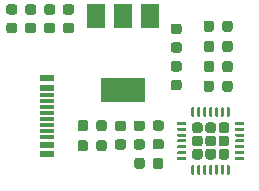
<source format=gbr>
%TF.GenerationSoftware,KiCad,Pcbnew,(5.1.6)-1*%
%TF.CreationDate,2020-07-24T23:52:19+08:00*%
%TF.ProjectId,USB_UART_CP2102,5553425f-5541-4525-945f-435032313032,rev?*%
%TF.SameCoordinates,Original*%
%TF.FileFunction,Paste,Top*%
%TF.FilePolarity,Positive*%
%FSLAX46Y46*%
G04 Gerber Fmt 4.6, Leading zero omitted, Abs format (unit mm)*
G04 Created by KiCad (PCBNEW (5.1.6)-1) date 2020-07-24 23:52:19*
%MOMM*%
%LPD*%
G01*
G04 APERTURE LIST*
%ADD10R,1.160000X0.300000*%
%ADD11R,1.160000X0.600000*%
%ADD12R,3.800000X2.000000*%
%ADD13R,1.500000X2.000000*%
G04 APERTURE END LIST*
%TO.C,R8*%
G36*
G01*
X125843750Y-95999000D02*
X126356250Y-95999000D01*
G75*
G02*
X126575000Y-96217750I0J-218750D01*
G01*
X126575000Y-96655250D01*
G75*
G02*
X126356250Y-96874000I-218750J0D01*
G01*
X125843750Y-96874000D01*
G75*
G02*
X125625000Y-96655250I0J218750D01*
G01*
X125625000Y-96217750D01*
G75*
G02*
X125843750Y-95999000I218750J0D01*
G01*
G37*
G36*
G01*
X125843750Y-94424000D02*
X126356250Y-94424000D01*
G75*
G02*
X126575000Y-94642750I0J-218750D01*
G01*
X126575000Y-95080250D01*
G75*
G02*
X126356250Y-95299000I-218750J0D01*
G01*
X125843750Y-95299000D01*
G75*
G02*
X125625000Y-95080250I0J218750D01*
G01*
X125625000Y-94642750D01*
G75*
G02*
X125843750Y-94424000I218750J0D01*
G01*
G37*
%TD*%
%TO.C,D3*%
G36*
G01*
X124756250Y-95299000D02*
X124243750Y-95299000D01*
G75*
G02*
X124025000Y-95080250I0J218750D01*
G01*
X124025000Y-94642750D01*
G75*
G02*
X124243750Y-94424000I218750J0D01*
G01*
X124756250Y-94424000D01*
G75*
G02*
X124975000Y-94642750I0J-218750D01*
G01*
X124975000Y-95080250D01*
G75*
G02*
X124756250Y-95299000I-218750J0D01*
G01*
G37*
G36*
G01*
X124756250Y-96874000D02*
X124243750Y-96874000D01*
G75*
G02*
X124025000Y-96655250I0J218750D01*
G01*
X124025000Y-96217750D01*
G75*
G02*
X124243750Y-95999000I218750J0D01*
G01*
X124756250Y-95999000D01*
G75*
G02*
X124975000Y-96217750I0J-218750D01*
G01*
X124975000Y-96655250D01*
G75*
G02*
X124756250Y-96874000I-218750J0D01*
G01*
G37*
%TD*%
%TO.C,C1*%
G36*
G01*
X127956250Y-95299000D02*
X127443750Y-95299000D01*
G75*
G02*
X127225000Y-95080250I0J218750D01*
G01*
X127225000Y-94642750D01*
G75*
G02*
X127443750Y-94424000I218750J0D01*
G01*
X127956250Y-94424000D01*
G75*
G02*
X128175000Y-94642750I0J-218750D01*
G01*
X128175000Y-95080250D01*
G75*
G02*
X127956250Y-95299000I-218750J0D01*
G01*
G37*
G36*
G01*
X127956250Y-96874000D02*
X127443750Y-96874000D01*
G75*
G02*
X127225000Y-96655250I0J218750D01*
G01*
X127225000Y-96217750D01*
G75*
G02*
X127443750Y-95999000I218750J0D01*
G01*
X127956250Y-95999000D01*
G75*
G02*
X128175000Y-96217750I0J-218750D01*
G01*
X128175000Y-96655250D01*
G75*
G02*
X127956250Y-96874000I-218750J0D01*
G01*
G37*
%TD*%
%TO.C,C2*%
G36*
G01*
X129556250Y-96874000D02*
X129043750Y-96874000D01*
G75*
G02*
X128825000Y-96655250I0J218750D01*
G01*
X128825000Y-96217750D01*
G75*
G02*
X129043750Y-95999000I218750J0D01*
G01*
X129556250Y-95999000D01*
G75*
G02*
X129775000Y-96217750I0J-218750D01*
G01*
X129775000Y-96655250D01*
G75*
G02*
X129556250Y-96874000I-218750J0D01*
G01*
G37*
G36*
G01*
X129556250Y-95299000D02*
X129043750Y-95299000D01*
G75*
G02*
X128825000Y-95080250I0J218750D01*
G01*
X128825000Y-94642750D01*
G75*
G02*
X129043750Y-94424000I218750J0D01*
G01*
X129556250Y-94424000D01*
G75*
G02*
X129775000Y-94642750I0J-218750D01*
G01*
X129775000Y-95080250D01*
G75*
G02*
X129556250Y-95299000I-218750J0D01*
G01*
G37*
%TD*%
%TO.C,C3*%
G36*
G01*
X135043750Y-105850000D02*
X135556250Y-105850000D01*
G75*
G02*
X135775000Y-106068750I0J-218750D01*
G01*
X135775000Y-106506250D01*
G75*
G02*
X135556250Y-106725000I-218750J0D01*
G01*
X135043750Y-106725000D01*
G75*
G02*
X134825000Y-106506250I0J218750D01*
G01*
X134825000Y-106068750D01*
G75*
G02*
X135043750Y-105850000I218750J0D01*
G01*
G37*
G36*
G01*
X135043750Y-104275000D02*
X135556250Y-104275000D01*
G75*
G02*
X135775000Y-104493750I0J-218750D01*
G01*
X135775000Y-104931250D01*
G75*
G02*
X135556250Y-105150000I-218750J0D01*
G01*
X135043750Y-105150000D01*
G75*
G02*
X134825000Y-104931250I0J218750D01*
G01*
X134825000Y-104493750D01*
G75*
G02*
X135043750Y-104275000I218750J0D01*
G01*
G37*
%TD*%
%TO.C,C4*%
G36*
G01*
X133443750Y-104275000D02*
X133956250Y-104275000D01*
G75*
G02*
X134175000Y-104493750I0J-218750D01*
G01*
X134175000Y-104931250D01*
G75*
G02*
X133956250Y-105150000I-218750J0D01*
G01*
X133443750Y-105150000D01*
G75*
G02*
X133225000Y-104931250I0J218750D01*
G01*
X133225000Y-104493750D01*
G75*
G02*
X133443750Y-104275000I218750J0D01*
G01*
G37*
G36*
G01*
X133443750Y-105850000D02*
X133956250Y-105850000D01*
G75*
G02*
X134175000Y-106068750I0J-218750D01*
G01*
X134175000Y-106506250D01*
G75*
G02*
X133956250Y-106725000I-218750J0D01*
G01*
X133443750Y-106725000D01*
G75*
G02*
X133225000Y-106506250I0J218750D01*
G01*
X133225000Y-106068750D01*
G75*
G02*
X133443750Y-105850000I218750J0D01*
G01*
G37*
%TD*%
%TO.C,C5*%
G36*
G01*
X137156250Y-106712500D02*
X136643750Y-106712500D01*
G75*
G02*
X136425000Y-106493750I0J218750D01*
G01*
X136425000Y-106056250D01*
G75*
G02*
X136643750Y-105837500I218750J0D01*
G01*
X137156250Y-105837500D01*
G75*
G02*
X137375000Y-106056250I0J-218750D01*
G01*
X137375000Y-106493750D01*
G75*
G02*
X137156250Y-106712500I-218750J0D01*
G01*
G37*
G36*
G01*
X137156250Y-105137500D02*
X136643750Y-105137500D01*
G75*
G02*
X136425000Y-104918750I0J218750D01*
G01*
X136425000Y-104481250D01*
G75*
G02*
X136643750Y-104262500I218750J0D01*
G01*
X137156250Y-104262500D01*
G75*
G02*
X137375000Y-104481250I0J-218750D01*
G01*
X137375000Y-104918750D01*
G75*
G02*
X137156250Y-105137500I-218750J0D01*
G01*
G37*
%TD*%
%TO.C,D1*%
G36*
G01*
X141621000Y-99443750D02*
X141621000Y-99956250D01*
G75*
G02*
X141402250Y-100175000I-218750J0D01*
G01*
X140964750Y-100175000D01*
G75*
G02*
X140746000Y-99956250I0J218750D01*
G01*
X140746000Y-99443750D01*
G75*
G02*
X140964750Y-99225000I218750J0D01*
G01*
X141402250Y-99225000D01*
G75*
G02*
X141621000Y-99443750I0J-218750D01*
G01*
G37*
G36*
G01*
X143196000Y-99443750D02*
X143196000Y-99956250D01*
G75*
G02*
X142977250Y-100175000I-218750J0D01*
G01*
X142539750Y-100175000D01*
G75*
G02*
X142321000Y-99956250I0J218750D01*
G01*
X142321000Y-99443750D01*
G75*
G02*
X142539750Y-99225000I218750J0D01*
G01*
X142977250Y-99225000D01*
G75*
G02*
X143196000Y-99443750I0J-218750D01*
G01*
G37*
%TD*%
%TO.C,D2*%
G36*
G01*
X143196000Y-96027750D02*
X143196000Y-96540250D01*
G75*
G02*
X142977250Y-96759000I-218750J0D01*
G01*
X142539750Y-96759000D01*
G75*
G02*
X142321000Y-96540250I0J218750D01*
G01*
X142321000Y-96027750D01*
G75*
G02*
X142539750Y-95809000I218750J0D01*
G01*
X142977250Y-95809000D01*
G75*
G02*
X143196000Y-96027750I0J-218750D01*
G01*
G37*
G36*
G01*
X141621000Y-96027750D02*
X141621000Y-96540250D01*
G75*
G02*
X141402250Y-96759000I-218750J0D01*
G01*
X140964750Y-96759000D01*
G75*
G02*
X140746000Y-96540250I0J218750D01*
G01*
X140746000Y-96027750D01*
G75*
G02*
X140964750Y-95809000I218750J0D01*
G01*
X141402250Y-95809000D01*
G75*
G02*
X141621000Y-96027750I0J-218750D01*
G01*
G37*
%TD*%
D10*
%TO.C,J1*%
X127463000Y-103150000D03*
X127463000Y-103650000D03*
X127463000Y-104150000D03*
X127463000Y-102150000D03*
X127463000Y-102650000D03*
X127463000Y-105150000D03*
X127463000Y-104650000D03*
X127463000Y-105650000D03*
D11*
X127463000Y-101500000D03*
X127463000Y-101500000D03*
X127463000Y-100700000D03*
X127463000Y-100700000D03*
X127463000Y-106300000D03*
X127463000Y-107100000D03*
X127463000Y-106300000D03*
X127463000Y-107100000D03*
%TD*%
%TO.C,R1*%
G36*
G01*
X132525000Y-106143750D02*
X132525000Y-106656250D01*
G75*
G02*
X132306250Y-106875000I-218750J0D01*
G01*
X131868750Y-106875000D01*
G75*
G02*
X131650000Y-106656250I0J218750D01*
G01*
X131650000Y-106143750D01*
G75*
G02*
X131868750Y-105925000I218750J0D01*
G01*
X132306250Y-105925000D01*
G75*
G02*
X132525000Y-106143750I0J-218750D01*
G01*
G37*
G36*
G01*
X130950000Y-106143750D02*
X130950000Y-106656250D01*
G75*
G02*
X130731250Y-106875000I-218750J0D01*
G01*
X130293750Y-106875000D01*
G75*
G02*
X130075000Y-106656250I0J218750D01*
G01*
X130075000Y-106143750D01*
G75*
G02*
X130293750Y-105925000I218750J0D01*
G01*
X130731250Y-105925000D01*
G75*
G02*
X130950000Y-106143750I0J-218750D01*
G01*
G37*
%TD*%
%TO.C,R2*%
G36*
G01*
X130950000Y-104443750D02*
X130950000Y-104956250D01*
G75*
G02*
X130731250Y-105175000I-218750J0D01*
G01*
X130293750Y-105175000D01*
G75*
G02*
X130075000Y-104956250I0J218750D01*
G01*
X130075000Y-104443750D01*
G75*
G02*
X130293750Y-104225000I218750J0D01*
G01*
X130731250Y-104225000D01*
G75*
G02*
X130950000Y-104443750I0J-218750D01*
G01*
G37*
G36*
G01*
X132525000Y-104443750D02*
X132525000Y-104956250D01*
G75*
G02*
X132306250Y-105175000I-218750J0D01*
G01*
X131868750Y-105175000D01*
G75*
G02*
X131650000Y-104956250I0J218750D01*
G01*
X131650000Y-104443750D01*
G75*
G02*
X131868750Y-104225000I218750J0D01*
G01*
X132306250Y-104225000D01*
G75*
G02*
X132525000Y-104443750I0J-218750D01*
G01*
G37*
%TD*%
%TO.C,R3*%
G36*
G01*
X134875000Y-108156250D02*
X134875000Y-107643750D01*
G75*
G02*
X135093750Y-107425000I218750J0D01*
G01*
X135531250Y-107425000D01*
G75*
G02*
X135750000Y-107643750I0J-218750D01*
G01*
X135750000Y-108156250D01*
G75*
G02*
X135531250Y-108375000I-218750J0D01*
G01*
X135093750Y-108375000D01*
G75*
G02*
X134875000Y-108156250I0J218750D01*
G01*
G37*
G36*
G01*
X136450000Y-108156250D02*
X136450000Y-107643750D01*
G75*
G02*
X136668750Y-107425000I218750J0D01*
G01*
X137106250Y-107425000D01*
G75*
G02*
X137325000Y-107643750I0J-218750D01*
G01*
X137325000Y-108156250D01*
G75*
G02*
X137106250Y-108375000I-218750J0D01*
G01*
X136668750Y-108375000D01*
G75*
G02*
X136450000Y-108156250I0J218750D01*
G01*
G37*
%TD*%
%TO.C,R4*%
G36*
G01*
X138671250Y-100125000D02*
X138158750Y-100125000D01*
G75*
G02*
X137940000Y-99906250I0J218750D01*
G01*
X137940000Y-99468750D01*
G75*
G02*
X138158750Y-99250000I218750J0D01*
G01*
X138671250Y-99250000D01*
G75*
G02*
X138890000Y-99468750I0J-218750D01*
G01*
X138890000Y-99906250D01*
G75*
G02*
X138671250Y-100125000I-218750J0D01*
G01*
G37*
G36*
G01*
X138671250Y-101700000D02*
X138158750Y-101700000D01*
G75*
G02*
X137940000Y-101481250I0J218750D01*
G01*
X137940000Y-101043750D01*
G75*
G02*
X138158750Y-100825000I218750J0D01*
G01*
X138671250Y-100825000D01*
G75*
G02*
X138890000Y-101043750I0J-218750D01*
G01*
X138890000Y-101481250D01*
G75*
G02*
X138671250Y-101700000I-218750J0D01*
G01*
G37*
%TD*%
%TO.C,R5*%
G36*
G01*
X143196000Y-97743750D02*
X143196000Y-98256250D01*
G75*
G02*
X142977250Y-98475000I-218750J0D01*
G01*
X142539750Y-98475000D01*
G75*
G02*
X142321000Y-98256250I0J218750D01*
G01*
X142321000Y-97743750D01*
G75*
G02*
X142539750Y-97525000I218750J0D01*
G01*
X142977250Y-97525000D01*
G75*
G02*
X143196000Y-97743750I0J-218750D01*
G01*
G37*
G36*
G01*
X141621000Y-97743750D02*
X141621000Y-98256250D01*
G75*
G02*
X141402250Y-98475000I-218750J0D01*
G01*
X140964750Y-98475000D01*
G75*
G02*
X140746000Y-98256250I0J218750D01*
G01*
X140746000Y-97743750D01*
G75*
G02*
X140964750Y-97525000I218750J0D01*
G01*
X141402250Y-97525000D01*
G75*
G02*
X141621000Y-97743750I0J-218750D01*
G01*
G37*
%TD*%
%TO.C,R6*%
G36*
G01*
X141621000Y-101107750D02*
X141621000Y-101620250D01*
G75*
G02*
X141402250Y-101839000I-218750J0D01*
G01*
X140964750Y-101839000D01*
G75*
G02*
X140746000Y-101620250I0J218750D01*
G01*
X140746000Y-101107750D01*
G75*
G02*
X140964750Y-100889000I218750J0D01*
G01*
X141402250Y-100889000D01*
G75*
G02*
X141621000Y-101107750I0J-218750D01*
G01*
G37*
G36*
G01*
X143196000Y-101107750D02*
X143196000Y-101620250D01*
G75*
G02*
X142977250Y-101839000I-218750J0D01*
G01*
X142539750Y-101839000D01*
G75*
G02*
X142321000Y-101620250I0J218750D01*
G01*
X142321000Y-101107750D01*
G75*
G02*
X142539750Y-100889000I218750J0D01*
G01*
X142977250Y-100889000D01*
G75*
G02*
X143196000Y-101107750I0J-218750D01*
G01*
G37*
%TD*%
%TO.C,R7*%
G36*
G01*
X138158750Y-96075000D02*
X138671250Y-96075000D01*
G75*
G02*
X138890000Y-96293750I0J-218750D01*
G01*
X138890000Y-96731250D01*
G75*
G02*
X138671250Y-96950000I-218750J0D01*
G01*
X138158750Y-96950000D01*
G75*
G02*
X137940000Y-96731250I0J218750D01*
G01*
X137940000Y-96293750D01*
G75*
G02*
X138158750Y-96075000I218750J0D01*
G01*
G37*
G36*
G01*
X138158750Y-97650000D02*
X138671250Y-97650000D01*
G75*
G02*
X138890000Y-97868750I0J-218750D01*
G01*
X138890000Y-98306250D01*
G75*
G02*
X138671250Y-98525000I-218750J0D01*
G01*
X138158750Y-98525000D01*
G75*
G02*
X137940000Y-98306250I0J218750D01*
G01*
X137940000Y-97868750D01*
G75*
G02*
X138158750Y-97650000I218750J0D01*
G01*
G37*
%TD*%
D12*
%TO.C,U1*%
X133900000Y-101720000D03*
D13*
X133900000Y-95420000D03*
X131600000Y-95420000D03*
X136200000Y-95420000D03*
%TD*%
%TO.C,U2*%
G36*
G01*
X138486000Y-104562500D02*
X138486000Y-104437500D01*
G75*
G02*
X138548500Y-104375000I62500J0D01*
G01*
X139223500Y-104375000D01*
G75*
G02*
X139286000Y-104437500I0J-62500D01*
G01*
X139286000Y-104562500D01*
G75*
G02*
X139223500Y-104625000I-62500J0D01*
G01*
X138548500Y-104625000D01*
G75*
G02*
X138486000Y-104562500I0J62500D01*
G01*
G37*
G36*
G01*
X138486000Y-105062500D02*
X138486000Y-104937500D01*
G75*
G02*
X138548500Y-104875000I62500J0D01*
G01*
X139223500Y-104875000D01*
G75*
G02*
X139286000Y-104937500I0J-62500D01*
G01*
X139286000Y-105062500D01*
G75*
G02*
X139223500Y-105125000I-62500J0D01*
G01*
X138548500Y-105125000D01*
G75*
G02*
X138486000Y-105062500I0J62500D01*
G01*
G37*
G36*
G01*
X138486000Y-105562500D02*
X138486000Y-105437500D01*
G75*
G02*
X138548500Y-105375000I62500J0D01*
G01*
X139223500Y-105375000D01*
G75*
G02*
X139286000Y-105437500I0J-62500D01*
G01*
X139286000Y-105562500D01*
G75*
G02*
X139223500Y-105625000I-62500J0D01*
G01*
X138548500Y-105625000D01*
G75*
G02*
X138486000Y-105562500I0J62500D01*
G01*
G37*
G36*
G01*
X138486000Y-106062500D02*
X138486000Y-105937500D01*
G75*
G02*
X138548500Y-105875000I62500J0D01*
G01*
X139223500Y-105875000D01*
G75*
G02*
X139286000Y-105937500I0J-62500D01*
G01*
X139286000Y-106062500D01*
G75*
G02*
X139223500Y-106125000I-62500J0D01*
G01*
X138548500Y-106125000D01*
G75*
G02*
X138486000Y-106062500I0J62500D01*
G01*
G37*
G36*
G01*
X138486000Y-106562500D02*
X138486000Y-106437500D01*
G75*
G02*
X138548500Y-106375000I62500J0D01*
G01*
X139223500Y-106375000D01*
G75*
G02*
X139286000Y-106437500I0J-62500D01*
G01*
X139286000Y-106562500D01*
G75*
G02*
X139223500Y-106625000I-62500J0D01*
G01*
X138548500Y-106625000D01*
G75*
G02*
X138486000Y-106562500I0J62500D01*
G01*
G37*
G36*
G01*
X138486000Y-107062500D02*
X138486000Y-106937500D01*
G75*
G02*
X138548500Y-106875000I62500J0D01*
G01*
X139223500Y-106875000D01*
G75*
G02*
X139286000Y-106937500I0J-62500D01*
G01*
X139286000Y-107062500D01*
G75*
G02*
X139223500Y-107125000I-62500J0D01*
G01*
X138548500Y-107125000D01*
G75*
G02*
X138486000Y-107062500I0J62500D01*
G01*
G37*
G36*
G01*
X138486000Y-107562500D02*
X138486000Y-107437500D01*
G75*
G02*
X138548500Y-107375000I62500J0D01*
G01*
X139223500Y-107375000D01*
G75*
G02*
X139286000Y-107437500I0J-62500D01*
G01*
X139286000Y-107562500D01*
G75*
G02*
X139223500Y-107625000I-62500J0D01*
G01*
X138548500Y-107625000D01*
G75*
G02*
X138486000Y-107562500I0J62500D01*
G01*
G37*
G36*
G01*
X139711000Y-108787500D02*
X139711000Y-108112500D01*
G75*
G02*
X139773500Y-108050000I62500J0D01*
G01*
X139898500Y-108050000D01*
G75*
G02*
X139961000Y-108112500I0J-62500D01*
G01*
X139961000Y-108787500D01*
G75*
G02*
X139898500Y-108850000I-62500J0D01*
G01*
X139773500Y-108850000D01*
G75*
G02*
X139711000Y-108787500I0J62500D01*
G01*
G37*
G36*
G01*
X140211000Y-108787500D02*
X140211000Y-108112500D01*
G75*
G02*
X140273500Y-108050000I62500J0D01*
G01*
X140398500Y-108050000D01*
G75*
G02*
X140461000Y-108112500I0J-62500D01*
G01*
X140461000Y-108787500D01*
G75*
G02*
X140398500Y-108850000I-62500J0D01*
G01*
X140273500Y-108850000D01*
G75*
G02*
X140211000Y-108787500I0J62500D01*
G01*
G37*
G36*
G01*
X140711000Y-108787500D02*
X140711000Y-108112500D01*
G75*
G02*
X140773500Y-108050000I62500J0D01*
G01*
X140898500Y-108050000D01*
G75*
G02*
X140961000Y-108112500I0J-62500D01*
G01*
X140961000Y-108787500D01*
G75*
G02*
X140898500Y-108850000I-62500J0D01*
G01*
X140773500Y-108850000D01*
G75*
G02*
X140711000Y-108787500I0J62500D01*
G01*
G37*
G36*
G01*
X141211000Y-108787500D02*
X141211000Y-108112500D01*
G75*
G02*
X141273500Y-108050000I62500J0D01*
G01*
X141398500Y-108050000D01*
G75*
G02*
X141461000Y-108112500I0J-62500D01*
G01*
X141461000Y-108787500D01*
G75*
G02*
X141398500Y-108850000I-62500J0D01*
G01*
X141273500Y-108850000D01*
G75*
G02*
X141211000Y-108787500I0J62500D01*
G01*
G37*
G36*
G01*
X141711000Y-108787500D02*
X141711000Y-108112500D01*
G75*
G02*
X141773500Y-108050000I62500J0D01*
G01*
X141898500Y-108050000D01*
G75*
G02*
X141961000Y-108112500I0J-62500D01*
G01*
X141961000Y-108787500D01*
G75*
G02*
X141898500Y-108850000I-62500J0D01*
G01*
X141773500Y-108850000D01*
G75*
G02*
X141711000Y-108787500I0J62500D01*
G01*
G37*
G36*
G01*
X142211000Y-108787500D02*
X142211000Y-108112500D01*
G75*
G02*
X142273500Y-108050000I62500J0D01*
G01*
X142398500Y-108050000D01*
G75*
G02*
X142461000Y-108112500I0J-62500D01*
G01*
X142461000Y-108787500D01*
G75*
G02*
X142398500Y-108850000I-62500J0D01*
G01*
X142273500Y-108850000D01*
G75*
G02*
X142211000Y-108787500I0J62500D01*
G01*
G37*
G36*
G01*
X142711000Y-108787500D02*
X142711000Y-108112500D01*
G75*
G02*
X142773500Y-108050000I62500J0D01*
G01*
X142898500Y-108050000D01*
G75*
G02*
X142961000Y-108112500I0J-62500D01*
G01*
X142961000Y-108787500D01*
G75*
G02*
X142898500Y-108850000I-62500J0D01*
G01*
X142773500Y-108850000D01*
G75*
G02*
X142711000Y-108787500I0J62500D01*
G01*
G37*
G36*
G01*
X143386000Y-107562500D02*
X143386000Y-107437500D01*
G75*
G02*
X143448500Y-107375000I62500J0D01*
G01*
X144123500Y-107375000D01*
G75*
G02*
X144186000Y-107437500I0J-62500D01*
G01*
X144186000Y-107562500D01*
G75*
G02*
X144123500Y-107625000I-62500J0D01*
G01*
X143448500Y-107625000D01*
G75*
G02*
X143386000Y-107562500I0J62500D01*
G01*
G37*
G36*
G01*
X143386000Y-107062500D02*
X143386000Y-106937500D01*
G75*
G02*
X143448500Y-106875000I62500J0D01*
G01*
X144123500Y-106875000D01*
G75*
G02*
X144186000Y-106937500I0J-62500D01*
G01*
X144186000Y-107062500D01*
G75*
G02*
X144123500Y-107125000I-62500J0D01*
G01*
X143448500Y-107125000D01*
G75*
G02*
X143386000Y-107062500I0J62500D01*
G01*
G37*
G36*
G01*
X143386000Y-106562500D02*
X143386000Y-106437500D01*
G75*
G02*
X143448500Y-106375000I62500J0D01*
G01*
X144123500Y-106375000D01*
G75*
G02*
X144186000Y-106437500I0J-62500D01*
G01*
X144186000Y-106562500D01*
G75*
G02*
X144123500Y-106625000I-62500J0D01*
G01*
X143448500Y-106625000D01*
G75*
G02*
X143386000Y-106562500I0J62500D01*
G01*
G37*
G36*
G01*
X143386000Y-106062500D02*
X143386000Y-105937500D01*
G75*
G02*
X143448500Y-105875000I62500J0D01*
G01*
X144123500Y-105875000D01*
G75*
G02*
X144186000Y-105937500I0J-62500D01*
G01*
X144186000Y-106062500D01*
G75*
G02*
X144123500Y-106125000I-62500J0D01*
G01*
X143448500Y-106125000D01*
G75*
G02*
X143386000Y-106062500I0J62500D01*
G01*
G37*
G36*
G01*
X143386000Y-105562500D02*
X143386000Y-105437500D01*
G75*
G02*
X143448500Y-105375000I62500J0D01*
G01*
X144123500Y-105375000D01*
G75*
G02*
X144186000Y-105437500I0J-62500D01*
G01*
X144186000Y-105562500D01*
G75*
G02*
X144123500Y-105625000I-62500J0D01*
G01*
X143448500Y-105625000D01*
G75*
G02*
X143386000Y-105562500I0J62500D01*
G01*
G37*
G36*
G01*
X143386000Y-105062500D02*
X143386000Y-104937500D01*
G75*
G02*
X143448500Y-104875000I62500J0D01*
G01*
X144123500Y-104875000D01*
G75*
G02*
X144186000Y-104937500I0J-62500D01*
G01*
X144186000Y-105062500D01*
G75*
G02*
X144123500Y-105125000I-62500J0D01*
G01*
X143448500Y-105125000D01*
G75*
G02*
X143386000Y-105062500I0J62500D01*
G01*
G37*
G36*
G01*
X143386000Y-104562500D02*
X143386000Y-104437500D01*
G75*
G02*
X143448500Y-104375000I62500J0D01*
G01*
X144123500Y-104375000D01*
G75*
G02*
X144186000Y-104437500I0J-62500D01*
G01*
X144186000Y-104562500D01*
G75*
G02*
X144123500Y-104625000I-62500J0D01*
G01*
X143448500Y-104625000D01*
G75*
G02*
X143386000Y-104562500I0J62500D01*
G01*
G37*
G36*
G01*
X142711000Y-103887500D02*
X142711000Y-103212500D01*
G75*
G02*
X142773500Y-103150000I62500J0D01*
G01*
X142898500Y-103150000D01*
G75*
G02*
X142961000Y-103212500I0J-62500D01*
G01*
X142961000Y-103887500D01*
G75*
G02*
X142898500Y-103950000I-62500J0D01*
G01*
X142773500Y-103950000D01*
G75*
G02*
X142711000Y-103887500I0J62500D01*
G01*
G37*
G36*
G01*
X142211000Y-103887500D02*
X142211000Y-103212500D01*
G75*
G02*
X142273500Y-103150000I62500J0D01*
G01*
X142398500Y-103150000D01*
G75*
G02*
X142461000Y-103212500I0J-62500D01*
G01*
X142461000Y-103887500D01*
G75*
G02*
X142398500Y-103950000I-62500J0D01*
G01*
X142273500Y-103950000D01*
G75*
G02*
X142211000Y-103887500I0J62500D01*
G01*
G37*
G36*
G01*
X141711000Y-103887500D02*
X141711000Y-103212500D01*
G75*
G02*
X141773500Y-103150000I62500J0D01*
G01*
X141898500Y-103150000D01*
G75*
G02*
X141961000Y-103212500I0J-62500D01*
G01*
X141961000Y-103887500D01*
G75*
G02*
X141898500Y-103950000I-62500J0D01*
G01*
X141773500Y-103950000D01*
G75*
G02*
X141711000Y-103887500I0J62500D01*
G01*
G37*
G36*
G01*
X141211000Y-103887500D02*
X141211000Y-103212500D01*
G75*
G02*
X141273500Y-103150000I62500J0D01*
G01*
X141398500Y-103150000D01*
G75*
G02*
X141461000Y-103212500I0J-62500D01*
G01*
X141461000Y-103887500D01*
G75*
G02*
X141398500Y-103950000I-62500J0D01*
G01*
X141273500Y-103950000D01*
G75*
G02*
X141211000Y-103887500I0J62500D01*
G01*
G37*
G36*
G01*
X140711000Y-103887500D02*
X140711000Y-103212500D01*
G75*
G02*
X140773500Y-103150000I62500J0D01*
G01*
X140898500Y-103150000D01*
G75*
G02*
X140961000Y-103212500I0J-62500D01*
G01*
X140961000Y-103887500D01*
G75*
G02*
X140898500Y-103950000I-62500J0D01*
G01*
X140773500Y-103950000D01*
G75*
G02*
X140711000Y-103887500I0J62500D01*
G01*
G37*
G36*
G01*
X140211000Y-103887500D02*
X140211000Y-103212500D01*
G75*
G02*
X140273500Y-103150000I62500J0D01*
G01*
X140398500Y-103150000D01*
G75*
G02*
X140461000Y-103212500I0J-62500D01*
G01*
X140461000Y-103887500D01*
G75*
G02*
X140398500Y-103950000I-62500J0D01*
G01*
X140273500Y-103950000D01*
G75*
G02*
X140211000Y-103887500I0J62500D01*
G01*
G37*
G36*
G01*
X139711000Y-103887500D02*
X139711000Y-103212500D01*
G75*
G02*
X139773500Y-103150000I62500J0D01*
G01*
X139898500Y-103150000D01*
G75*
G02*
X139961000Y-103212500I0J-62500D01*
G01*
X139961000Y-103887500D01*
G75*
G02*
X139898500Y-103950000I-62500J0D01*
G01*
X139773500Y-103950000D01*
G75*
G02*
X139711000Y-103887500I0J62500D01*
G01*
G37*
G36*
G01*
X139766000Y-105105000D02*
X139766000Y-104655000D01*
G75*
G02*
X139991000Y-104430000I225000J0D01*
G01*
X140441000Y-104430000D01*
G75*
G02*
X140666000Y-104655000I0J-225000D01*
G01*
X140666000Y-105105000D01*
G75*
G02*
X140441000Y-105330000I-225000J0D01*
G01*
X139991000Y-105330000D01*
G75*
G02*
X139766000Y-105105000I0J225000D01*
G01*
G37*
G36*
G01*
X139766000Y-106225000D02*
X139766000Y-105775000D01*
G75*
G02*
X139991000Y-105550000I225000J0D01*
G01*
X140441000Y-105550000D01*
G75*
G02*
X140666000Y-105775000I0J-225000D01*
G01*
X140666000Y-106225000D01*
G75*
G02*
X140441000Y-106450000I-225000J0D01*
G01*
X139991000Y-106450000D01*
G75*
G02*
X139766000Y-106225000I0J225000D01*
G01*
G37*
G36*
G01*
X139766000Y-107345000D02*
X139766000Y-106895000D01*
G75*
G02*
X139991000Y-106670000I225000J0D01*
G01*
X140441000Y-106670000D01*
G75*
G02*
X140666000Y-106895000I0J-225000D01*
G01*
X140666000Y-107345000D01*
G75*
G02*
X140441000Y-107570000I-225000J0D01*
G01*
X139991000Y-107570000D01*
G75*
G02*
X139766000Y-107345000I0J225000D01*
G01*
G37*
G36*
G01*
X140886000Y-105105000D02*
X140886000Y-104655000D01*
G75*
G02*
X141111000Y-104430000I225000J0D01*
G01*
X141561000Y-104430000D01*
G75*
G02*
X141786000Y-104655000I0J-225000D01*
G01*
X141786000Y-105105000D01*
G75*
G02*
X141561000Y-105330000I-225000J0D01*
G01*
X141111000Y-105330000D01*
G75*
G02*
X140886000Y-105105000I0J225000D01*
G01*
G37*
G36*
G01*
X140886000Y-106225000D02*
X140886000Y-105775000D01*
G75*
G02*
X141111000Y-105550000I225000J0D01*
G01*
X141561000Y-105550000D01*
G75*
G02*
X141786000Y-105775000I0J-225000D01*
G01*
X141786000Y-106225000D01*
G75*
G02*
X141561000Y-106450000I-225000J0D01*
G01*
X141111000Y-106450000D01*
G75*
G02*
X140886000Y-106225000I0J225000D01*
G01*
G37*
G36*
G01*
X140886000Y-107345000D02*
X140886000Y-106895000D01*
G75*
G02*
X141111000Y-106670000I225000J0D01*
G01*
X141561000Y-106670000D01*
G75*
G02*
X141786000Y-106895000I0J-225000D01*
G01*
X141786000Y-107345000D01*
G75*
G02*
X141561000Y-107570000I-225000J0D01*
G01*
X141111000Y-107570000D01*
G75*
G02*
X140886000Y-107345000I0J225000D01*
G01*
G37*
G36*
G01*
X142006000Y-105105000D02*
X142006000Y-104655000D01*
G75*
G02*
X142231000Y-104430000I225000J0D01*
G01*
X142681000Y-104430000D01*
G75*
G02*
X142906000Y-104655000I0J-225000D01*
G01*
X142906000Y-105105000D01*
G75*
G02*
X142681000Y-105330000I-225000J0D01*
G01*
X142231000Y-105330000D01*
G75*
G02*
X142006000Y-105105000I0J225000D01*
G01*
G37*
G36*
G01*
X142006000Y-106225000D02*
X142006000Y-105775000D01*
G75*
G02*
X142231000Y-105550000I225000J0D01*
G01*
X142681000Y-105550000D01*
G75*
G02*
X142906000Y-105775000I0J-225000D01*
G01*
X142906000Y-106225000D01*
G75*
G02*
X142681000Y-106450000I-225000J0D01*
G01*
X142231000Y-106450000D01*
G75*
G02*
X142006000Y-106225000I0J225000D01*
G01*
G37*
G36*
G01*
X142006000Y-107345000D02*
X142006000Y-106895000D01*
G75*
G02*
X142231000Y-106670000I225000J0D01*
G01*
X142681000Y-106670000D01*
G75*
G02*
X142906000Y-106895000I0J-225000D01*
G01*
X142906000Y-107345000D01*
G75*
G02*
X142681000Y-107570000I-225000J0D01*
G01*
X142231000Y-107570000D01*
G75*
G02*
X142006000Y-107345000I0J225000D01*
G01*
G37*
%TD*%
M02*

</source>
